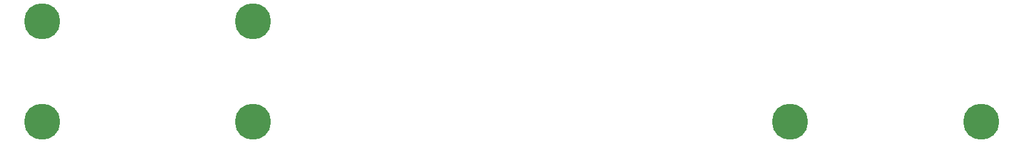
<source format=gbl>
G04 Layer_Physical_Order=2*
G04 Layer_Color=16711680*
%FSAX43Y43*%
%MOMM*%
G71*
G01*
G75*
%ADD10C,5.000*%
D10*
X0075071Y0121300D02*
D03*
X0104280Y0121300D02*
D03*
Y0107300D02*
D03*
X0075071Y0107300D02*
D03*
X0178700Y0107315D02*
D03*
X0205200Y0107315D02*
D03*
M02*

</source>
